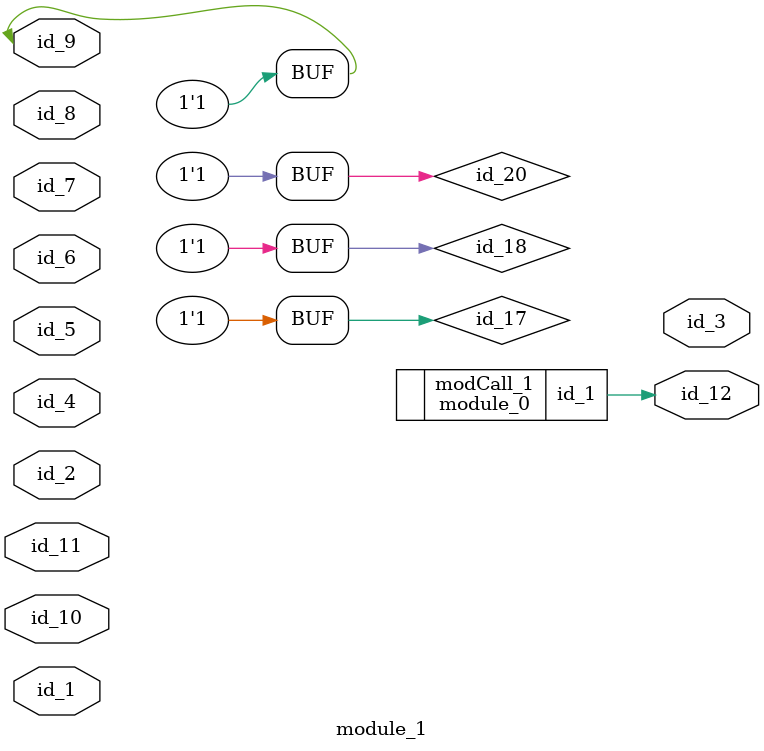
<source format=v>
module module_0 (
    id_1
);
  output wire id_1;
  assign id_1 = id_2;
endmodule
module module_1 (
    id_1,
    id_2,
    id_3,
    id_4,
    id_5,
    id_6,
    id_7,
    id_8,
    id_9,
    id_10,
    id_11,
    id_12
);
  output wire id_12;
  inout wire id_11;
  inout wire id_10;
  inout wire id_9;
  inout wire id_8;
  inout wire id_7;
  input wire id_6;
  inout wire id_5;
  inout wire id_4;
  output wire id_3;
  inout wire id_2;
  input wire id_1;
  parameter id_13 = 1 ^ (-1 ? 1 : 1);
  module_0 modCall_1 (id_12);
  wire id_14;
  assign id_13 = 1;
  wire id_15, id_16;
  always begin : LABEL_0
    id_9 = 1;
  end
  wor  id_17 = 1, id_18 = id_9;
  wire id_19, id_20 = -1;
endmodule

</source>
